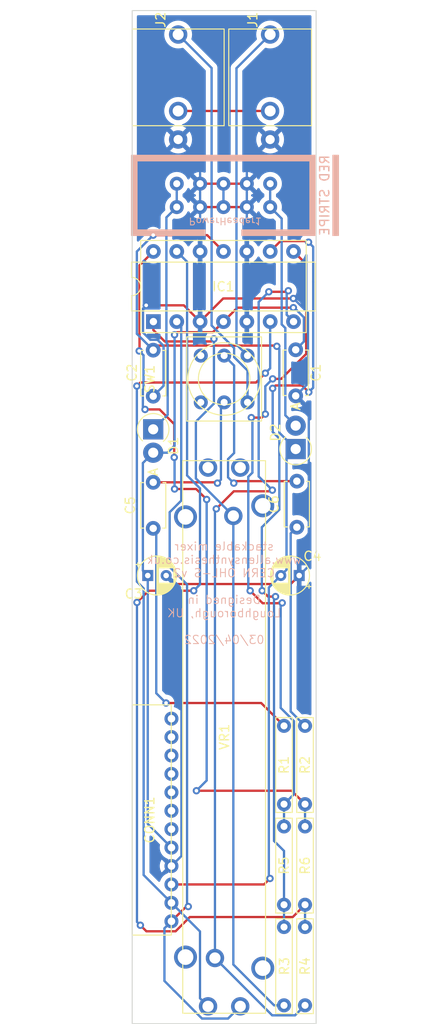
<source format=kicad_pcb>
(kicad_pcb (version 20211014) (generator pcbnew)
  (layers (0 "F.Cu" signal) (31 "B.Cu" signal) (34 "B.Paste" user) (35 "F.Paste" user) (36 "B.SilkS" user "B.Silkscreen") (37 "F.SilkS" user "F.Silkscreen") (38 "B.Mask" user) (39 "F.Mask" user) (44 "Edge.Cuts" user))
  (net 0 "")
  (net 1 "-12V")
  (net 2 "Earth")
  (net 3 "+12V")
  (net 4 "Net-(D1-Pad1)")
  (net 5 "Net-(D2-Pad2)")
  (net 6 "Net-(IC1-Pad1)")
  (net 7 "Net-(IC1-Pad7)")
  (net 8 "Net-(IC1-Pad8)")
  (net 9 "Net-(IC1-Pad9)")
  (net 10 "L OUT")
  (net 11 "R OUT")
  (net 14 "Net-(CONN1-Pad1)")
  (net 15 "Net-(CONN1-Pad2)")
  (net 16 "Net-(J1-Pad2)")
  (net 17 "Net-(IC1-Pad13)")
  (net 18 "Net-(IC1-Pad14)")
  (net 26 "Net-(C5-Pad1)")
  (net 27 "Net-(C5-Pad2)")
  (net 28 "Net-(C6-Pad1)")
  (net 29 "Net-(C6-Pad2)")
  (footprint "Eurorack:Thonkiconn Mono Jack" (layer "F.Cu") (at 15 8 90)
    (fp_text reference "J1" (at 7 -1.9 90 unlocked) (layer "F.SilkS"))
    (fp_text value "Thonkiconn_Mono_Jack")
    (pad "1" thru_hole circle (at -6 0 90) (size 2 2) (drill 1) (layers *.Cu *.Mask) (net 2 "Earth"))
    (pad "2" thru_hole circle (at -2.9 0 90) (size 2 2) (drill 1.2) (layers *.Cu *.Mask) (net 16 "Net-(J1-Pad2)"))
    (pad "3" thru_hole circle (at 5.4 0 90) (size 2 2) (drill 1.2) (layers *.Cu *.Mask) (net 11 "R OUT"))
  )
  (footprint "Eurorack:Thonkiconn Stereo Jack" (layer "F.Cu") (at 5 8 90)
    (fp_text reference "J2" (at 7 -1.9 90 unlocked) (layer "F.SilkS"))
    (fp_text value "AudioJack3")
    (pad "1" thru_hole circle (at -6 0 90) (size 2 2) (drill 1) (layers *.Cu *.Mask))
    (pad "2" thru_hole circle (at -2.9 0 90) (size 2 2) (drill 1.2) (layers *.Cu *.Mask))
    (pad "3" thru_hole circle (at 5.4 0 90) (size 2 2) (drill 1.2) (layers *.Cu *.Mask))
  )
  (footprint "Diode_THT:D_DO-41_SOD81_P2.54mm_Vertical_AnodeUp" (layer "F.Cu") (at 2.286 45.466 -90)
    (fp_text reference "D1" (at 1.8 -2.2 90) (layer "F.SilkS"))
    (fp_text value "DIODE")
    (fp_text user "A" (at 4.64 0 -90) (layer "F.SilkS"))
    (pad "1" thru_hole rect (at 0 0 270) (size 2.2 2.2) (drill 1.1) (layers *.Cu *.Mask) (net 4 "Net-(D1-Pad1)"))
    (pad "2" thru_hole oval (at 2.54 0 270) (size 2.2 2.2) (drill 1.1) (layers *.Cu *.Mask) (net 3 "+12V"))
  )
  (footprint "Eurorack:Resistor 0.25W Through-Hole" (layer "F.Cu") (at 16.51 92.837 90)
    (fp_text reference "R5" (at 0 0 90 unlocked) (layer "F.SilkS"))
    (fp_text value "4.7k")
    (pad "1" thru_hole circle (at -4.25 0 90) (size 1.524 1.524) (drill 0.762) (layers *.Cu *.Mask) (net 9 "Net-(IC1-Pad9)"))
    (pad "2" thru_hole circle (at 4.25 0 90) (size 1.524 1.524) (drill 0.762) (layers *.Cu *.Mask) (net 8 "Net-(IC1-Pad8)"))
  )
  (footprint "Eurorack:Resistor 0.25W Through-Hole" (layer "F.Cu") (at 18.796 103.759 90)
    (fp_text reference "R4" (at 0 0 90 unlocked) (layer "F.SilkS"))
    (fp_text value "4.7k")
    (pad "1" thru_hole circle (at -4.25 0 90) (size 1.524 1.524) (drill 0.762) (layers *.Cu *.Mask) (net 7 "Net-(IC1-Pad7)"))
    (pad "2" thru_hole circle (at 4.25 0 90) (size 1.524 1.524) (drill 0.762) (layers *.Cu *.Mask) (net 17 "Net-(IC1-Pad13)"))
  )
  (footprint "Capacitor_THT:CP_Radial_D4.0mm_P2.00mm" (layer "F.Cu") (at 1.694401 61.341)
    (fp_text reference "C3" (at -1.527401 2) (layer "F.SilkS"))
    (fp_text value "10u")
    (pad "1" thru_hole rect (at 0 0) (size 1.2 1.2) (drill 0.6) (layers *.Cu *.Mask) (net 3 "+12V"))
    (pad "2" thru_hole circle (at 2 0) (size 1.2 1.2) (drill 0.6) (layers *.Cu *.Mask) (net 2 "Earth"))
  )
  (footprint "Capacitor_THT:CP_Radial_D4.0mm_P2.00mm" (layer "F.Cu") (at 18.161 61.341 180)
    (fp_text reference "C4" (at -1.427401 2.1) (layer "F.SilkS"))
    (fp_text value "10u")
    (pad "1" thru_hole rect (at 0 0 180) (size 1.2 1.2) (drill 0.6) (layers *.Cu *.Mask) (net 2 "Earth"))
    (pad "2" thru_hole circle (at 2 0 180) (size 1.2 1.2) (drill 0.6) (layers *.Cu *.Mask) (net 1 "-12V"))
  )
  (footprint "Eurorack:Resistor 0.25W Through-Hole" (layer "F.Cu") (at 16.51 103.759 90)
    (fp_text reference "R3" (at 0 0.05 90 unlocked) (layer "F.SilkS"))
    (fp_text value "4.7k")
    (pad "1" thru_hole circle (at -4.25 0 90) (size 1.524 1.524) (drill 0.762) (layers *.Cu *.Mask) (net 6 "Net-(IC1-Pad1)"))
    (pad "2" thru_hole circle (at 4.25 0 90) (size 1.524 1.524) (drill 0.762) (layers *.Cu *.Mask) (net 9 "Net-(IC1-Pad9)"))
  )
  (footprint "Eurorack:Resistor 0.25W Through-Hole" (layer "F.Cu") (at 18.796 92.837 90)
    (fp_text reference "R6" (at 0 0 90 unlocked) (layer "F.SilkS"))
    (fp_text value "4.7k")
    (pad "1" thru_hole circle (at -4.25 0 90) (size 1.524 1.524) (drill 0.762) (layers *.Cu *.Mask) (net 17 "Net-(IC1-Pad13)"))
    (pad "2" thru_hole circle (at 4.25 0 90) (size 1.524 1.524) (drill 0.762) (layers *.Cu *.Mask) (net 18 "Net-(IC1-Pad14)"))
  )
  (footprint "Diode_THT:D_DO-41_SOD81_P2.54mm_Vertical_AnodeUp" (layer "F.Cu") (at 17.78 47.609532 90)
    (fp_text reference "D2" (at 1.8 -2.2 90) (layer "F.SilkS"))
    (fp_text value "DIODE")
    (fp_text user "A" (at 4.64 0 90) (layer "F.SilkS"))
    (pad "1" thru_hole rect (at 0 0 90) (size 2.2 2.2) (drill 1.1) (layers *.Cu *.Mask) (net 1 "-12V"))
    (pad "2" thru_hole oval (at 2.54 0 90) (size 2.2 2.2) (drill 1.1) (layers *.Cu *.Mask) (net 5 "Net-(D2-Pad2)"))
  )
  (footprint "Eurorack:Sub-Miniature Toggle Switch DPDT" (layer "F.Cu") (at 10 40 90)
    (fp_text reference "SW1" (at 0 -8.08 90 unlocked) (layer "F.SilkS"))
    (fp_text value "SW_DPDT_x2")
    (pad "1" thru_hole circle (at -2.54 2.54 90) (size 1.524 1.524) (drill 0.762) (layers *.Cu *.Mask) (net 10 "L OUT"))
    (pad "2" thru_hole circle (at -2.54 0 90) (size 1.524 1.524) (drill 0.762) (layers *.Cu *.Mask) (net 27 "Net-(C5-Pad2)"))
    (pad "3" thru_hole circle (at -2.54 -2.54 90) (size 1.524 1.524) (drill 0.762) (layers *.Cu *.Mask))
    (pad "4" thru_hole circle (at 2.54 2.54 90) (size 1.524 1.524) (drill 0.762) (layers *.Cu *.Mask) (net 11 "R OUT"))
    (pad "5" thru_hole circle (at 2.54 0 90) (size 1.524 1.524) (drill 0.762) (layers *.Cu *.Mask) (net 29 "Net-(C6-Pad2)"))
    (pad "6" thru_hole circle (at 2.54 -2.54 90) (size 1.524 1.524) (drill 0.762) (layers *.Cu *.Mask))
  )
  (footprint "Eurorack:Resistor 0.25W Through-Hole" (layer "F.Cu") (at 16.51 81.915 90)
    (fp_text reference "R1" (at 0 0 90 unlocked) (layer "F.SilkS"))
    (fp_text value "1k")
    (pad "1" thru_hole circle (at -4.25 0 90) (size 1.524 1.524) (drill 0.762) (layers *.Cu *.Mask) (net 8 "Net-(IC1-Pad8)"))
    (pad "2" thru_hole circle (at 4.25 0 90) (size 1.524 1.524) (drill 0.762) (layers *.Cu *.Mask) (net 26 "Net-(C5-Pad1)"))
  )
  (footprint "Capacitor_THT:C_Disc_D4.7mm_W2.5mm_P5.00mm" (layer "F.Cu") (at 2.286 41.87 90)
    (fp_text reference "C2" (at 2.55 -2.3 90) (layer "F.SilkS"))
    (fp_text value "100n")
    (pad "1" thru_hole circle (at 0 0 90) (size 1.6 1.6) (drill 0.8) (layers *.Cu *.Mask) (net 2 "Earth"))
    (pad "2" thru_hole circle (at 5 0 90) (size 1.6 1.6) (drill 0.8) (layers *.Cu *.Mask) (net 1 "-12V"))
  )
  (footprint "Eurorack:Resistor 0.25W Through-Hole" (layer "F.Cu") (at 18.796 81.915 90)
    (fp_text reference "R2" (at 0 0 90 unlocked) (layer "F.SilkS"))
    (fp_text value "1k")
    (pad "1" thru_hole circle (at -4.25 0 90) (size 1.524 1.524) (drill 0.762) (layers *.Cu *.Mask) (net 18 "Net-(IC1-Pad14)"))
    (pad "2" thru_hole circle (at 4.25 0 90) (size 1.524 1.524) (drill 0.762) (layers *.Cu *.Mask) (net 28 "Net-(C6-Pad1)"))
  )
  (footprint "Eurorack:Header 01x12 2.0mm Right Angle Female" (layer "F.Cu") (at 0 87.884 90)
    (fp_text reference "CONN1" (at 0 1.905 90 unlocked) (layer "F.SilkS"))
    (fp_text value "Header_2.0mm_Right_Angle_Female")
    (pad "1" thru_hole circle (at -11 4.27 90) (size 1.524 1.524) (drill 0.82) (layers *.Cu *.Mask) (net 14 "Net-(CONN1-Pad1)"))
    (pad "2" thru_hole circle (at -9 4.27 90) (size 1.524 1.524) (drill 0.82) (layers *.Cu *.Mask) (net 15 "Net-(CONN1-Pad2)"))
    (pad "3" thru_hole circle (at -7 4.27 90) (size 1.524 1.524) (drill 0.82) (layers *.Cu *.Mask) (net 1 "-12V"))
    (pad "4" thru_hole circle (at -5 4.27 90) (size 1.524 1.524) (drill 0.82) (layers *.Cu *.Mask) (net 2 "Earth"))
    (pad "5" thru_hole circle (at -3 4.27 90) (size 1.524 1.524) (drill 0.82) (layers *.Cu *.Mask) (net 3 "+12V"))
    (pad "6" thru_hole circle (at -1 4.27 90) (size 1.524 1.524) (drill 0.82) (layers *.Cu *.Mask))
    (pad "7" thru_hole circle (at 1 4.27 90) (size 1.524 1.524) (drill 0.82) (layers *.Cu *.Mask))
    (pad "8" thru_hole circle (at 3 4.27 90) (size 1.524 1.524) (drill 0.82) (layers *.Cu *.Mask))
    (pad "9" thru_hole circle (at 5 4.27 90) (size 1.524 1.524) (drill 0.82) (layers *.Cu *.Mask))
    (pad "10" thru_hole circle (at 7 4.27 90) (size 1.524 1.524) (drill 0.82) (layers *.Cu *.Mask))
    (pad "11" thru_hole circle (at 9 4.27 90) (size 1.524 1.524) (drill 0.82) (layers *.Cu *.Mask))
    (pad "12" thru_hole circle (at 11 4.27 90) (size 1.524 1.524) (drill 0.82) (layers *.Cu *.Mask))
  )
  (footprint "Capacitor_THT:C_Disc_D4.7mm_W2.5mm_P5.00mm" (layer "F.Cu") (at 17.78 36.83 -90)
    (fp_text reference "C1" (at 2.5 -2.2 90) (layer "F.SilkS"))
    (fp_text value "100n")
    (pad "1" thru_hole circle (at 0 0 270) (size 1.6 1.6) (drill 0.8) (layers *.Cu *.Mask) (net 3 "+12V"))
    (pad "2" thru_hole circle (at 5 0 270) (size 1.6 1.6) (drill 0.8) (layers *.Cu *.Mask) (net 2 "Earth"))
  )
  (footprint "Eurorack:Potentiometer 45mm Slide Audio" (layer "F.Cu") (at 10 78.87 90)
    (fp_text reference "VR1" (at 0.003 0.033 90 unlocked) (layer "F.SilkS"))
    (fp_text value "Potentiometer_45mm_Slide_Audio_Dual")
    (pad "1" thru_hole circle (at -29.25 -1.75 90) (size 2 2) (drill 1.22) (layers *.Cu *.Mask) (net 15 "Net-(CONN1-Pad2)"))
    (pad "2" thru_hole circle (at -24 -1 90) (size 2 2) (drill 1.22) (layers *.Cu *.Mask) (net 7 "Net-(IC1-Pad7)"))
    (pad "3" thru_hole circle (at 29.25 -1.75 90) (size 2 2) (drill 1.22) (layers *.Cu *.Mask))
    (pad "4" thru_hole circle (at -29.25 1.75 90) (size 2 2) (drill 1.22) (layers *.Cu *.Mask) (net 14 "Net-(CONN1-Pad1)"))
    (pad "5" thru_hole circle (at 24 1 90) (size 2 2) (drill 1.22) (layers *.Cu *.Mask) (net 6 "Net-(IC1-Pad1)"))
    (pad "6" thru_hole circle (at 29.25 1.75 90) (size 2 2) (drill 1.22) (layers *.Cu *.Mask))
    (pad "7" thru_hole circle (at -25.1 4.2 90) (size 2.5 2.5) (drill 1.7) (layers *.Cu *.Mask))
    (pad "7" thru_hole circle (at 25.1 4.2 90) (size 2.5 2.5) (drill 1.7) (layers *.Cu *.Mask))
    (pad "7" thru_hole circle (at 23.9 -4.2 90) (size 2.5 2.5) (drill 1.7) (layers *.Cu *.Mask))
    (pad "7" thru_hole circle (at -23.9 -4.2 90) (size 2.5 2.5) (drill 1.7) (layers *.Cu *.Mask))
  )
  (footprint "Capacitor_THT:C_Disc_D4.7mm_W2.5mm_P5.00mm" (layer "F.Cu") (at 17.907 56.094 90)
    (fp_text reference "C6" (at 2.5 -2.5 90) (layer "F.SilkS"))
    (fp_text value "100n")
    (pad "1" thru_hole circle (at 0 0 90) (size 1.6 1.6) (drill 0.8) (layers *.Cu *.Mask) (net 28 "Net-(C6-Pad1)"))
    (pad "2" thru_hole circle (at 5 0 90) (size 1.6 1.6) (drill 0.8) (layers *.Cu *.Mask) (net 29 "Net-(C6-Pad2)"))
  )
  (footprint "Eurorack:DIP-14 IC Socket" (layer "F.Cu") (at 9.906 29.972 90)
    (fp_text reference "IC1" (at 0 0) (layer "F.SilkS"))
    (fp_text value "TL074")
    (pad "1" thru_hole rect (at -3.8 -7.6 90) (size 1.6 1.6) (drill 0.8) (layers *.Cu *.Mask) (net 6 "Net-(IC1-Pad1)"))
    (pad "2" thru_hole oval (at -3.8 -5.06 90) (size 1.6 1.6) (drill 0.8) (layers *.Cu *.Mask) (net 14 "Net-(CONN1-Pad1)"))
    (pad "3" thru_hole oval (at -3.8 -2.52 90) (size 1.6 1.6) (drill 0.8) (layers *.Cu *.Mask) (net 2 "Earth"))
    (pad "4" thru_hole oval (at -3.8 0.02 90) (size 1.6 1.6) (drill 0.8) (layers *.Cu *.Mask) (net 3 "+12V"))
    (pad "5" thru_hole oval (at -3.8 2.56 90) (size 1.6 1.6) (drill 0.8) (layers *.Cu *.Mask) (net 2 "Earth"))
    (pad "6" thru_hole oval (at -3.8 5.1 90) (size 1.6 1.6) (drill 0.8) (layers *.Cu *.Mask) (net 15 "Net-(CONN1-Pad2)"))
    (pad "7" thru_hole oval (at -3.8 7.64 90) (size 1.6 1.6) (drill 0.8) (layers *.Cu *.Mask) (net 7 "Net-(IC1-Pad7)"))
    (pad "8" thru_hole oval (at 3.82 7.64 90) (size 1.6 1.6) (drill 0.8) (layers *.Cu *.Mask) (net 8 "Net-(IC1-Pad8)"))
    (pad "9" thru_hole oval (at 3.82 5.1 90) (size 1.6 1.6) (drill 0.8) (layers *.Cu *.Mask) (net 9 "Net-(IC1-Pad9)"))
    (pad "10" thru_hole oval (at 3.82 2.56 90) (size 1.6 1.6) (drill 0.8) (layers *.Cu *.Mask) (net 2 "Earth"))
    (pad "11" thru_hole oval (at 3.82 0.02 90) (size 1.6 1.6) (drill 0.8) (layers *.Cu *.Mask) (net 1 "-12V"))
    (pad "12" thru_hole oval (at 3.82 -2.52 90) (size 1.6 1.6) (drill 0.8) (layers *.Cu *.Mask) (net 2 "Earth"))
    (pad "13" thru_hole oval (at 3.82 -5.06 90) (size 1.6 1.6) (drill 0.8) (layers *.Cu *.Mask) (net 17 "Net-(IC1-Pad13)"))
    (pad "14" thru_hole oval (at 3.82 -7.6 90) (size 1.6 1.6) (drill 0.8) (layers *.Cu *.Mask) (net 18 "Net-(IC1-Pad14)"))
  )
  (footprint "Capacitor_THT:C_Disc_D4.7mm_W2.5mm_P5.00mm" (layer "F.Cu") (at 2.286 56.221 90)
    (fp_text reference "C5" (at 2.5 -2.5 90) (layer "F.SilkS"))
    (fp_text value "100n")
    (pad "1" thru_hole circle (at 0 0 90) (size 1.6 1.6) (drill 0.8) (layers *.Cu *.Mask) (net 26 "Net-(C5-Pad1)"))
    (pad "2" thru_hole circle (at 5 0 90) (size 1.6 1.6) (drill 0.8) (layers *.Cu *.Mask) (net 27 "Net-(C5-Pad2)"))
  )
  (footprint "Eurorack:Eurorack Power Header" (layer "B.Cu") (at 9.926 20.066)
    (fp_text reference "PowerHeader1" (at 0.2 2.8 180 unlocked) (layer "B.SilkS") (effects (font (size 0.75 0.75) (thickness 0.1)) (justify mirror)))
    (fp_text value "Conn_02x05_Counter_Clockwise")
    (fp_text user "RED STRIPE" (at 11 0 90 unlocked) (layer "B.SilkS") (effects (justify mirror)))
    (pad "1" thru_hole circle (at 5.08 1.27) (size 1.524 1.524) (drill 0.762) (layers *.Cu *.Mask) (net 5 "Net-(D2-Pad2)"))
    (pad "2" thru_hole circle (at 5.08 -1.27) (size 1.524 1.524) (drill 0.762) (layers *.Cu *.Mask) (net 5 "Net-(D2-Pad2)"))
    (pad "3" thru_hole circle (at 2.54 1.27) (size 1.524 1.524) (drill 0.762) (layers *.Cu *.Mask) (net 2 "Earth"))
    (pad "4" thru_hole circle (at 2.54 -1.27) (size 1.524 1.524) (drill 0.762) (layers *.Cu *.Mask) (net 2 "Earth"))
    (pad "5" thru_hole circle (at 0 1.27) (size 1.524 1.524) (drill 0.762) (layers *.Cu *.Mask) (net 2 "Earth"))
    (pad "6" thru_hole circle (at 0 -1.27) (size 1.524 1.524) (drill 0.762) (layers *.Cu *.Mask) (net 2 "Earth"))
    (pad "7" thru_hole circle (at -2.54 1.27) (size 1.524 1.524) (drill 0.762) (layers *.Cu *.Mask) (net 2 "Earth"))
    (pad "8" thru_hole circle (at -2.54 -1.27) (size 1.524 1.524) (drill 0.762) (layers *.Cu *.Mask) (net 2 "Earth"))
    (pad "9" thru_hole circle (at -5.08 1.27) (size 1.524 1.524) (drill 0.762) (layers *.Cu *.Mask) (net 4 "Net-(D1-Pad1)"))
    (pad "10" thru_hole circle (at -5.08 -1.27) (size 1.524 1.524) (drill 0.762) (layers *.Cu *.Mask) (net 4 "Net-(D1-Pad1)"))
  )
  (gr_rect (start 0 0) (end 20 110) (layer "Edge.Cuts") (width 0.1) (fill none))
  (gr_text "stackable mixer\nwww.allensynthesis.co.uk\nCERN OHL-S v2\n\nDesigned in\nLoughborough, UK\n\n03/04/2022" (at 10 63.246) (layer "B.SilkS") (effects (font (size 0.9 0.9) (thickness 0.1)) (justify mirror)))
  (segment (start 15.654989 36.373489) (end 2.782511 36.373489) (width 0.25) (layer "F.Cu") (net 1))
  (segment (start 14.986 94.234) (end 14.336 94.884) (width 0.25) (layer "F.Cu") (net 1))
  (segment (start 2.286 24.384) (end 8.158 24.384) (width 0.25) (layer "F.Cu") (net 1))
  (segment (start 2.782511 36.373489) (end 2.286 36.87) (width 0.25) (layer "F.Cu") (net 1))
  (segment (start 8.158 24.384) (end 9.926 26.152) (width 0.25) (layer "F.Cu") (net 1))
  (segment (start 15.7305 36.449) (end 15.654989 36.373489) (width 0.25) (layer "F.Cu") (net 1))
  (segment (start 14.336 94.884) (end 4.27 94.884) (width 0.25) (layer "F.Cu") (net 1))
  (via (at 14.986 94.234) (size 0.8) (drill 0.4) (layers "F.Cu" "B.Cu") (net 1))
  (via (at 2.286 24.384) (size 0.8) (drill 0.4) (layers "F.Cu" "B.Cu") (net 1))
  (via (at 15.7305 36.449) (size 0.8) (drill 0.4) (layers "F.Cu" "B.Cu") (net 1))
  (segment (start 16.002 36.7205) (end 16.002 45.831532) (width 0.25) (layer "B.Cu") (net 1))
  (segment (start 16.002 45.831532) (end 17.78 47.609532) (width 0.25) (layer "B.Cu") (net 1))
  (segment (start 16.782489 48.607043) (end 16.782489 60.719511) (width 0.25) (layer "B.Cu") (net 1))
  (segment (start 16.161 61.341) (end 14.859 62.643) (width 0.25) (layer "B.Cu") (net 1))
  (segment (start 15.7305 36.449) (end 16.002 36.7205) (width 0.25) (layer "B.Cu") (net 1))
  (segment (start 14.859 94.107) (end 14.986 94.234) (width 0.25) (layer "B.Cu") (net 1))
  (segment (start 2.286 36.87) (end 0.508 35.092) (width 0.25) (layer "B.Cu") (net 1))
  (segment (start 16.782489 60.719511) (end 16.161 61.341) (width 0.25) (layer "B.Cu") (net 1))
  (segment (start 17.78 47.609532) (end 16.782489 48.607043) (width 0.25) (layer "B.Cu") (net 1))
  (segment (start 0.508 26.162) (end 2.286 24.384) (width 0.25) (layer "B.Cu") (net 1))
  (segment (start 14.859 62.643) (end 14.859 94.107) (width 0.25) (layer "B.Cu") (net 1))
  (segment (start 0.508 35.092) (end 0.508 26.162) (width 0.25) (layer "B.Cu") (net 1))
  (segment (start 17.526 31.258497) (end 9.899503 31.258497) (width 0.25) (layer "F.Cu") (net 2))
  (segment (start 9.926 18.796) (end 12.466 18.796) (width 0.25) (layer "F.Cu") (net 2))
  (segment (start 9.926 21.336) (end 7.386 21.336) (width 0.25) (layer "F.Cu") (net 2))
  (segment (start 1.524 32.004) (end 5.618 32.004) (width 0.25) (layer "F.Cu") (net 2))
  (segment (start 9.899503 31.258497) (end 7.386 33.772) (width 0.25) (layer "F.Cu") (net 2))
  (segment (start 5.618 32.004) (end 7.386 33.772) (width 0.25) (layer "F.Cu") (net 2))
  (segment (start 4.618912 62.265511) (end 17.236489 62.265511) (width 0.25) (layer "F.Cu") (net 2))
  (segment (start 3.694401 61.341) (end 4.618912 62.265511) (width 0.25) (layer "F.Cu") (net 2))
  (segment (start 17.236489 62.265511) (end 18.161 61.341) (width 0.25) (layer "F.Cu") (net 2))
  (segment (start 7.386 18.796) (end 9.926 18.796) (width 0.25) (layer "F.Cu") (net 2))
  (segment (start 12.466 21.336) (end 9.926 21.336) (width 0.25) (layer "F.Cu") (net 2))
  (via (at 17.526 31.258497) (size 0.8) (drill 0.4) (layers "F.Cu" "B.Cu") (net 2))
  (via (at 1.524 32.004) (size 0.8) (drill 0.4) (layers "F.Cu" "B.Cu") (net 2))
  (segment (start 12.466 18.796) (end 12.466 21.336) (width 0.25) (layer "B.Cu") (net 2))
  (segment (start 12.466 33.772) (end 12.466 26.152) (width 0.25) (layer "B.Cu") (net 2))
  (segment (start 4.27 92.884) (end 5.356511 91.797489) (width 0.25) (layer "B.Cu") (net 2))
  (segment (start 7.386 16.386) (end 5 14) (width 0.25) (layer "B.Cu") (net 2))
  (segment (start 19.204511 43.254511) (end 17.78 41.83) (width 0.25) (layer "B.Cu") (net 2))
  (segment (start 19.120031 40.489969) (end 19.120031 32.827417) (width 0.25) (layer "B.Cu") (net 2))
  (segment (start 3.410511 36.404211) (end 2.751789 35.745489) (width 0.25) (layer "B.Cu") (net 2))
  (segment (start 1.181489 34.963489) (end 1.181489 32.346511) (width 0.25) (layer "B.Cu") (net 2))
  (segment (start 7.386 21.336) (end 7.386 26.152) (width 0.25) (layer "B.Cu") (net 2))
  (segment (start 18.161 61.341) (end 19.204511 60.297489) (width 0.25) (layer "B.Cu") (net 2))
  (segment (start 17.78 41.83) (end 19.120031 40.489969) (width 0.25) (layer "B.Cu") (net 2))
  (segment (start 19.204511 60.297489) (end 19.204511 43.254511) (width 0.25) (layer "B.Cu") (net 2))
  (segment (start 12.466 16.534) (end 12.466 18.796) (width 0.25) (layer "B.Cu") (net 2))
  (segment (start 9.926 21.336) (end 9.926 18.796) (width 0.25) (layer "B.Cu") (net 2))
  (segment (start 3.410511 40.745489) (end 3.410511 36.404211) (width 0.25) (layer "B.Cu") (net 2))
  (segment (start 12.466 21.336) (end 12.466 26.152) (width 0.25) (layer "B.Cu") (net 2))
  (segment (start 5.356511 63.00311) (end 3.694401 61.341) (width 0.25) (layer "B.Cu") (net 2))
  (segment (start 2.286 41.87) (end 3.410511 40.745489) (width 0.25) (layer "B.Cu") (net 2))
  (segment (start 1.181489 32.346511) (end 1.524 32.004) (width 0.25) (layer "B.Cu") (net 2))
  (segment (start 2.751789 35.745489) (end 1.963489 35.745489) (width 0.25) (layer "B.Cu") (net 2))
  (segment (start 19.120031 32.827417) (end 17.551111 31.258497) (width 0.25) (layer "B.Cu") (net 2))
  (segment (start 5.356511 91.797489) (end 5.356511 63.00311) (width 0.25) (layer "B.Cu") (net 2))
  (segment (start 7.386 18.796) (end 7.386 21.336) (width 0.25) (layer "B.Cu") (net 2))
  (segment (start 17.551111 31.258497) (end 17.526 31.258497) (width 0.25) (layer "B.Cu") (net 2))
  (segment (start 15 14) (end 12.466 16.534) (width 0.25) (layer "B.Cu") (net 2))
  (segment (start 7.386 18.796) (end 7.386 16.386) (width 0.25) (layer "B.Cu") (net 2))
  (segment (start 1.963489 35.745489) (end 1.181489 34.963489) (width 0.25) (layer "B.Cu") (net 2))
  (segment (start 7.386 26.152) (end 7.386 33.772) (width 0.25) (layer "B.Cu") (net 2))
  (segment (start 17.526 32.258) (end 11.44 32.258) (width 0.25) (layer "F.Cu") (net 3))
  (segment (start 11.44 32.258) (end 9.926 33.772) (width 0.25) (layer "F.Cu") (net 3))
  (segment (start 8.773522 34.924478) (end 9.926 33.772) (width 0.25) (layer "F.Cu") (net 3))
  (segment (start 4.884491 34.924478) (end 8.773522 34.924478) (width 0.25) (layer "F.Cu") (net 3))
  (segment (start 4.6095 35.199469) (end 4.884491 34.924478) (width 0.25) (layer "F.Cu") (net 3))
  (via (at 17.526 32.258) (size 0.8) (drill 0.4) (layers "F.Cu" "B.Cu") (net 3))
  (via (at 4.6095 35.199469) (size 0.8) (drill 0.4) (layers "F.Cu" "B.Cu") (net 3))
  (segment (start 3.841634 48.006) (end 4.6095 47.238134) (width 0.25) (layer "B.Cu") (net 3))
  (segment (start 1.161489 60.808088) (end 1.161489 49.130511) (width 0.25) (layer "B.Cu") (net 3))
  (segment (start 18.670511 33.306211) (end 17.6223 32.258) (width 0.25) (layer "B.Cu") (net 3))
  (segment (start 1.694401 61.341) (end 1.694401 88.308401) (width 0.25) (layer "B.Cu") (net 3))
  (segment (start 1.694401 88.308401) (end 4.27 90.884) (width 0.25) (layer "B.Cu") (net 3))
  (segment (start 1.694401 61.341) (end 1.161489 60.808088) (width 0.25) (layer "B.Cu") (net 3))
  (segment (start 17.6223 32.258) (end 17.526 32.258) (width 0.25) (layer "B.Cu") (net 3))
  (segment (start 2.286 48.006) (end 3.841634 48.006) (width 0.25) (layer "B.Cu") (net 3))
  (segment (start 4.6095 47.238134) (end 4.6095 35.199469) (width 0.25) (layer "B.Cu") (net 3))
  (segment (start 1.161489 49.130511) (end 2.286 48.006) (width 0.25) (layer "B.Cu") (net 3))
  (segment (start 18.670511 35.939489) (end 18.670511 33.306211) (width 0.25) (layer "B.Cu") (net 3))
  (segment (start 17.78 36.83) (end 18.670511 35.939489) (width 0.25) (layer "B.Cu") (net 3))
  (segment (start 3.860031 36.218014) (end 3.860031 43.891969) (width 0.25) (layer "B.Cu") (net 4))
  (segment (start 3.721489 22.460511) (end 3.721489 36.079471) (width 0.25) (layer "B.Cu") (net 4))
  (segment (start 4.846 21.336) (end 3.721489 22.460511) (width 0.25) (layer "B.Cu") (net 4))
  (segment (start 4.846 18.796) (end 4.846 21.336) (width 0.25) (layer "B.Cu") (net 4))
  (segment (start 3.860031 43.891969) (end 2.286 45.466) (width 0.25) (layer "B.Cu") (net 4))
  (segment (start 3.721489 36.079471) (end 3.860031 36.218014) (width 0.25) (layer "B.Cu") (net 4))
  (segment (start 16.655489 43.945021) (end 16.655489 34.471789) (width 0.25) (layer "B.Cu") (net 5))
  (segment (start 16.256 22.586) (end 15.006 21.336) (width 0.25) (layer "B.Cu") (net 5))
  (segment (start 17.78 45.069532) (end 16.655489 43.945021) (width 0.25) (layer "B.Cu") (net 5))
  (segment (start 15.006 18.796) (end 15.006 21.336) (width 0.25) (layer "B.Cu") (net 5))
  (segment (start 16.655489 34.471789) (end 16.256 34.0723) (width 0.25) (layer "B.Cu") (net 5))
  (segment (start 16.256 34.0723) (end 16.256 22.586) (width 0.25) (layer "B.Cu") (net 5))
  (segment (start 2.306 34.691) (end 2.306 33.772) (width 0.25) (layer "F.Cu") (net 6))
  (segment (start 3.538969 35.923969) (end 2.306 34.691) (width 0.25) (layer "F.Cu") (net 6))
  (segment (start 8.89 35.648989) (end 8.61502 35.923969) (width 0.25) (layer "F.Cu") (net 6))
  (segment (start 8.61502 35.923969) (end 3.538969 35.923969) (width 0.25) (layer "F.Cu") (net 6))
  (via (at 8.89 35.648989) (size 0.8) (drill 0.4) (layers "F.Cu" "B.Cu") (net 6))
  (segment (start 6.925489 50.795489) (end 11 54.87) (width 0.25) (layer "B.Cu") (net 6))
  (segment (start 6.925489 44.636511) (end 6.925489 50.795489) (width 0.25) (layer "B.Cu") (net 6))
  (segment (start 15.43237 108.009) (end 16.51 108.009) (width 0.25) (layer "B.Cu") (net 6))
  (segment (start 8.89 35.648989) (end 8.89 42.672) (width 0.25) (layer "B.Cu") (net 6))
  (segment (start 8.89 42.672) (end 6.925489 44.636511) (width 0.25) (layer "B.Cu") (net 6))
  (segment (start 11 54.87) (end 11 103.57663) (width 0.25) (layer "B.Cu") (net 6))
  (segment (start 11 103.57663) (end 15.43237 108.009) (width 0.25) (layer "B.Cu") (net 6))
  (segment (start 11.050511 52.195489) (end 15.114511 52.195489) (width 0.25) (layer "F.Cu") (net 7))
  (segment (start 14.859 30.533997) (end 16.867485 30.533997) (width 0.25) (layer "F.Cu") (net 7))
  (segment (start 16.867485 30.533997) (end 16.9805 30.420982) (width 0.25) (layer "F.Cu") (net 7))
  (segment (start 15.114511 52.195489) (end 15.24 52.07) (width 0.25) (layer "F.Cu") (net 7))
  (segment (start 9.144 54.102) (end 11.050511 52.195489) (width 0.25) (layer "F.Cu") (net 7))
  (via (at 9.144 54.102) (size 0.8) (drill 0.4) (layers "F.Cu" "B.Cu") (net 7))
  (via (at 14.859 30.533997) (size 0.8) (drill 0.4) (layers "F.Cu" "B.Cu") (net 7))
  (via (at 15.24 52.07) (size 0.8) (drill 0.4) (layers "F.Cu" "B.Cu") (net 7))
  (via (at 16.9805 30.420982) (size 0.8) (drill 0.4) (layers "F.Cu" "B.Cu") (net 7))
  (segment (start 16.801489 30.599993) (end 16.801489 33.027489) (width 0.25) (layer "B.Cu") (net 7))
  (segment (start 17.709489 109.095511) (end 15.225511 109.095511) (width 0.25) (layer "B.Cu") (net 7))
  (segment (start 9 102.87) (end 9 54.246) (width 0.25) (layer "B.Cu") (net 7))
  (segment (start 13.753489 31.639508) (end 14.859 30.533997) (width 0.25) (layer "B.Cu") (net 7))
  (segment (start 16.801489 33.027489) (end 17.546 33.772) (width 0.25) (layer "B.Cu") (net 7))
  (segment (start 9 54.246) (end 9.144 54.102) (width 0.25) (layer "B.Cu") (net 7))
  (segment (start 13.753489 50.583489) (end 13.753489 31.639508) (width 0.25) (layer "B.Cu") (net 7))
  (segment (start 18.796 108.009) (end 17.709489 109.095511) (width 0.25) (layer "B.Cu") (net 7))
  (segment (start 15.24 52.07) (end 13.753489 50.583489) (width 0.25) (layer "B.Cu") (net 7))
  (segment (start 16.9805 30.420982) (end 16.801489 30.599993) (width 0.25) (layer "B.Cu") (net 7))
  (segment (start 15.225511 109.095511) (end 9 102.87) (width 0.25) (layer "B.Cu") (net 7))
  (segment (start 15.921912 64.313202) (end 15.883603 64.351511) (width 0.25) (layer "F.Cu") (net 8))
  (segment (start 14.097 44.196) (end 14.478 43.815) (width 0.25) (layer "F.Cu") (net 8))
  (segment (start 15.2775 39.988119) (end 16.212181 39.988119) (width 0.25) (layer "F.Cu") (net 8))
  (segment (start 18.923 37.2773) (end 18.923 27.529) (width 0.25) (layer "F.Cu") (net 8))
  (segment (start 18.923 27.529) (end 17.546 26.152) (width 0.25) (layer "F.Cu") (net 8))
  (segment (start 16.310226 64.313202) (end 15.921912 64.313202) (width 0.25) (layer "F.Cu") (net 8))
  (segment (start 15.883603 64.351511) (end 14.1885 64.351511) (width 0.25) (layer "F.Cu") (net 8))
  (segment (start 12.954 44.196) (end 14.097 44.196) (width 0.25) (layer "F.Cu") (net 8))
  (segment (start 16.212181 39.988119) (end 18.923 37.2773) (width 0.25) (layer "F.Cu") (net 8))
  (segment (start 14.1885 64.351511) (end 12.827 62.990011) (width 0.25) (layer "F.Cu") (net 8))
  (via (at 15.2775 39.988119) (size 0.8) (drill 0.4) (layers "F.Cu" "B.Cu") (net 8))
  (via (at 16.310226 64.313202) (size 0.8) (drill 0.4) (layers "F.Cu" "B.Cu") (net 8))
  (via (at 12.827 62.990011) (size 0.8) (drill 0.4) (layers "F.Cu" "B.Cu") (net 8))
  (via (at 12.954 44.196) (size 0.8) (drill 0.4) (layers "F.Cu" "B.Cu") (net 8))
  (via (at 14.478 43.815) (size 0.8) (drill 0.4) (layers "F.Cu" "B.Cu") (net 8))
  (segment (start 13.074511 50.168632) (end 13.074511 44.316511) (width 0.25) (layer "B.Cu") (net 8))
  (segment (start 16.147989 75.710989) (end 17.596511 77.159511) (width 0.25) (layer "B.Cu") (net 8))
  (segment (start 14.478 40.787619) (end 15.2775 39.988119) (width 0.25) (layer "B.Cu") (net 8))
  (segment (start 14.478 43.815) (end 14.478 40.787619) (width 0.25) (layer "B.Cu") (net 8))
  (segment (start 17.596511 77.159511) (end 17.596511 85.078489) (width 0.25) (layer "B.Cu") (net 8))
  (segment (start 16.310226 64.313202) (end 16.147989 64.475439) (width 0.25) (layer "B.Cu") (net 8))
  (segment (start 13.074511 44.316511) (end 12.954 44.196) (width 0.25) (layer "B.Cu") (net 8))
  (segment (start 12.827 62.990011) (end 12.625489 62.7885) (width 0.25) (layer "B.Cu") (net 8))
  (segment (start 16.51 88.587) (end 16.51 86.165) (width 0.25) (layer "B.Cu") (net 8))
  (segment (start 12.625489 50.617654) (end 13.074511 50.168632) (width 0.25) (layer "B.Cu") (net 8))
  (segment (start 12.625489 62.7885) (end 12.625489 50.617654) (width 0.25) (layer "B.Cu") (net 8))
  (segment (start 17.596511 85.078489) (end 16.51 86.165) (width 0.25) (layer "B.Cu") (net 8))
  (segment (start 16.147989 64.475439) (end 16.147989 75.710989) (width 0.25) (layer "B.Cu") (net 8))
  (segment (start 15.2775 41.021) (end 15.593011 40.705489) (width 0.25) (layer "F.Cu") (net 9))
  (segment (start 14.771072 63.627) (end 15.5835 63.627) (width 0.25) (layer "F.Cu") (net 9))
  (segment (start 19.177 25.146) (end 19.058489 25.027489) (width 0.25) (layer "F.Cu") (net 9))
  (segment (start 18.480489 40.705489) (end 19.204799 41.429799) (width 0.25) (layer "F.Cu") (net 9))
  (segment (start 14.1345 62.990428) (end 14.771072 63.627) (width 0.25) (layer "F.Cu") (net 9))
  (segment (start 16.130511 25.027489) (end 15.006 26.152) (width 0.25) (layer "F.Cu") (net 9))
  (segment (start 15.593011 40.705489) (end 18.480489 40.705489) (width 0.25) (layer "F.Cu") (net 9))
  (segment (start 19.058489 25.027489) (end 16.130511 25.027489) (width 0.25) (layer "F.Cu") (net 9))
  (via (at 15.5835 63.627) (size 0.8) (drill 0.4) (layers "F.Cu" "B.Cu") (net 9))
  (via (at 19.177 25.146) (size 0.8) (drill 0.4) (layers "F.Cu" "B.Cu") (net 9))
  (via (at 19.204799 41.429799) (size 0.8) (drill 0.4) (layers "F.Cu" "B.Cu") (net 9))
  (via (at 15.2775 41.021) (size 0.8) (drill 0.4) (layers "F.Cu" "B.Cu") (net 9))
  (via (at 14.1345 62.990428) (size 0.8) (drill 0.4) (layers "F.Cu" "B.Cu") (net 9))
  (segment (start 14.097 62.952928) (end 14.097 56.099696) (width 0.25) (layer "B.Cu") (net 9))
  (segment (start 15.423489 63.787011) (end 15.5835 63.627) (width 0.25) (layer "B.Cu") (net 9))
  (segment (start 19.685 29.464) (end 19.685 25.654) (width 0.25) (layer "B.Cu") (net 9))
  (segment (start 16.002 46.46725) (end 15.2775 45.74275) (width 0.25) (layer "B.Cu") (net 9))
  (segment (start 16.002 54.194696) (end 16.002 46.46725) (width 0.25) (layer "B.Cu") (net 9))
  (segment (start 16.51 99.509) (end 16.51 97.087) (width 0.25) (layer "B.Cu") (net 9))
  (segment (start 15.2775 45.74275) (end 15.2775 41.021) (width 0.25) (layer "B.Cu") (net 9))
  (segment (start 14.097 56.099696) (end 16.002 54.194696) (width 0.25) (layer "B.Cu") (net 9))
  (segment (start 15.43552 90.17) (end 15.423489 90.157969) (width 0.25) (layer "B.Cu") (net 9))
  (segment (start 15.423489 90.157969) (end 15.423489 63.787011) (width 0.25) (layer "B.Cu") (net 9))
  (segment (start 19.685 40.949598) (end 19.685 29.464) (width 0.25) (layer "B.Cu") (net 9))
  (segment (start 19.685 25.654) (end 19.177 25.146) (width 0.25) (layer "B.Cu") (net 9))
  (segment (start 14.1345 62.990428) (end 14.097 62.952928) (width 0.25) (layer "B.Cu") (net 9))
  (segment (start 16.51 97.087) (end 16.51 91.24448) (width 0.25) (layer "B.Cu") (net 9))
  (segment (start 16.51 91.24448) (end 15.43552 90.17) (width 0.25) (layer "B.Cu") (net 9))
  (segment (start 19.204799 41.429799) (end 19.685 40.949598) (width 0.25) (layer "B.Cu") (net 9))
  (segment (start 11.086511 37.629511) (end 11.086511 36.642229) (width 0.25) (layer "B.Cu") (net 10))
  (segment (start 11.086511 36.642229) (end 8.636 34.191718) (width 0.25) (layer "B.Cu") (net 10))
  (segment (start 12.54 39.083) (end 11.086511 37.629511) (width 0.25) (layer "B.Cu") (net 10))
  (segment (start 8.636 6.236) (end 5 2.6) (width 0.25) (layer "B.Cu") (net 10))
  (segment (start 12.54 42.54) (end 12.54 39.083) (width 0.25) (layer "B.Cu") (net 10))
  (segment (start 8.636 34.191718) (end 8.636 6.236) (width 0.25) (layer "B.Cu") (net 10))
  (segment (start 12.54 37.46) (end 11.341489 36.261489) (width 0.25) (layer "B.Cu") (net 11))
  (segment (start 11.341489 6.258511) (end 15 2.6) (width 0.25) (layer "B.Cu") (net 11))
  (segment (start 11.341489 36.261489) (end 11.341489 6.258511) (width 0.25) (layer "B.Cu") (net 11))
  (segment (start 6.096 97.282) (end 5.872 97.282) (width 0.25) (layer "F.Cu") (net 14))
  (segment (start 5.872 97.282) (end 4.27 98.884) (width 0.25) (layer "F.Cu") (net 14))
  (via (at 6.096 97.282) (size 0.8) (drill 0.4) (layers "F.Cu" "B.Cu") (net 14))
  (segment (start 4.846 33.772) (end 5.334 34.26) (width 0.25) (layer "B.Cu") (net 14))
  (segment (start 5.969 97.155) (end 6.096 97.282) (width 0.25) (layer "B.Cu") (net 14))
  (segment (start 4.077347 54.465957) (end 4.077347 60.416489) (width 0.25) (layer "B.Cu") (net 14))
  (segment (start 10.425489 109.444511) (end 11.75 108.12) (width 0.25) (layer "B.Cu") (net 14))
  (segment (start 5.969 62.308142) (end 5.969 97.155) (width 0.25) (layer "B.Cu") (net 14))
  (segment (start 7.590511 109.444511) (end 10.425489 109.444511) (width 0.25) (layer "B.Cu") (net 14))
  (segment (start 4.27 98.884) (end 3.508001 99.645999) (width 0.25) (layer "B.Cu") (net 14))
  (segment (start 5.334 53.209304) (end 4.077347 54.465957) (width 0.25) (layer "B.Cu") (net 14))
  (segment (start 3.508001 99.645999) (end 3.508001 105.362001) (width 0.25) (layer "B.Cu") (net 14))
  (segment (start 4.077347 60.416489) (end 5.969 62.308142) (width 0.25) (layer "B.Cu") (net 14))
  (segment (start 5.334 34.26) (end 5.334 53.209304) (width 0.25) (layer "B.Cu") (net 14))
  (segment (start 3.508001 105.362001) (end 7.590511 109.444511) (width 0.25) (layer "B.Cu") (net 14))
  (segment (start 14.477989 39.37) (end 13.461989 40.386) (width 0.25) (layer "F.Cu") (net 15))
  (segment (start 13.461989 40.386) (end 0.889 40.386) (width 0.25) (layer "F.Cu") (net 15))
  (segment (start 0.889 40.386) (end 0.508 40.767) (width 0.25) (layer "F.Cu") (net 15))
  (via (at 0.508 40.767) (size 0.8) (drill 0.4) (layers "F.Cu" "B.Cu") (net 15))
  (via (at 14.477989 39.37) (size 0.8) (drill 0.4) (layers "F.Cu" "B.Cu") (net 15))
  (segment (start 0.508 62.003621) (end 0.508 40.767) (width 0.25) (layer "B.Cu") (net 15))
  (segment (start 4.27 96.884) (end 1.244881 93.858881) (width 0.25) (layer "B.Cu") (net 15))
  (segment (start 7.374511 107.244511) (end 7.374511 99.988511) (width 0.25) (layer "B.Cu") (net 15))
  (segment (start 1.244881 93.858881) (end 1.244881 62.740502) (width 0.25) (layer "B.Cu") (net 15))
  (segment (start 14.477989 39.37) (end 15.006 38.841989) (width 0.25) (layer "B.Cu") (net 15))
  (segment (start 7.374511 99.988511) (end 4.27 96.884) (width 0.25) (layer "B.Cu") (net 15))
  (segment (start 8.25 108.12) (end 7.374511 107.244511) (width 0.25) (layer "B.Cu") (net 15))
  (segment (start 1.244881 62.740502) (end 0.508 62.003621) (width 0.25) (layer "B.Cu") (net 15))
  (segment (start 15.006 38.841989) (end 15.006 33.772) (width 0.25) (layer "B.Cu") (net 15))
  (segment (start 15 10.9) (end 5 10.9) (width 0.25) (layer "F.Cu") (net 16))
  (segment (start 17.460511 98.422489) (end 6.268071 98.422489) (width 0.25) (layer "F.Cu") (net 17))
  (segment (start 0.520381 64.262) (end 1.790381 62.992) (width 0.25) (layer "F.Cu") (net 17))
  (segment (start 18.796 97.087) (end 17.460511 98.422489) (width 0.25) (layer "F.Cu") (net 17))
  (segment (start 4.720049 99.970511) (end 1.545511 99.970511) (width 0.25) (layer "F.Cu") (net 17))
  (segment (start 1.545511 99.970511) (end 0.889 99.314) (width 0.25) (layer "F.Cu") (net 17))
  (segment (start 1.790381 62.992) (end 6.6935 62.992) (width 0.25) (layer "F.Cu") (net 17))
  (segment (start 6.268071 98.422489) (end 4.720049 99.970511) (width 0.25) (layer "F.Cu") (net 17))
  (via (at 0.520381 64.262) (size 0.8) (drill 0.4) (layers "F.Cu" "B.Cu") (net 17))
  (via (at 6.6935 62.992) (size 0.8) (drill 0.4) (layers "F.Cu" "B.Cu") (net 17))
  (via (at 0.889 99.314) (size 0.8) (drill 0.4) (layers "F.Cu" "B.Cu") (net 17))
  (segment (start 18.796 99.509) (end 18.796 97.087) (width 0.25) (layer "B.Cu") (net 17))
  (segment (start 6.6935 62.992) (end 7.374511 62.310989) (width 0.25) (layer "B.Cu") (net 17))
  (segment (start 7.374511 51.880229) (end 5.970511 50.476229) (width 0.25) (layer "B.Cu") (net 17))
  (segment (start 0.520381 98.945381) (end 0.520381 64.262) (width 0.25) (layer "B.Cu") (net 17))
  (segment (start 5.970511 27.276511) (end 4.846 26.152) (width 0.25) (layer "B.Cu") (net 17))
  (segment (start 0.889 99.314) (end 0.520381 98.945381) (width 0.25) (layer "B.Cu") (net 17))
  (segment (start 5.970511 50.476229) (end 5.970511 27.276511) (width 0.25) (layer "B.Cu") (net 17))
  (segment (start 7.374511 62.310989) (end 7.374511 51.880229) (width 0.25) (layer "B.Cu") (net 17))
  (segment (start 17.34 84.709) (end 6.985 84.709) (width 0.25) (layer "F.Cu") (net 18))
  (segment (start 18.796 86.165) (end 17.34 84.709) (width 0.25) (layer "F.Cu") (net 18))
  (segment (start 0.799489 36.919511) (end 0.799489 27.658511) (width 0.25) (layer "F.Cu") (net 18))
  (segment (start 0.762 36.957) (end 0.799489 36.919511) (width 0.25) (layer "F.Cu") (net 18))
  (segment (start 4.572 44.902978) (end 2.976022 43.307) (width 0.25) (layer "F.Cu") (net 18))
  (segment (start 2.976022 43.307) (end 1.397 43.307) (width 0.25) (layer "F.Cu") (net 18))
  (segment (start 8.099011 53.086) (end 6.958511 51.9455) (width 0.25) (layer "F.Cu") (net 18))
  (segment (start 6.958511 51.9455) (end 4.6095 51.9455) (width 0.25) (layer "F.Cu") (net 18))
  (segment (start 0.799489 27.658511) (end 2.306 26.152) (width 0.25) (layer "F.Cu") (net 18))
  (segment (start 4.572 48.514) (end 4.572 44.902978) (width 0.25) (layer "F.Cu") (net 18))
  (via (at 4.572 48.514) (size 0.8) (drill 0.4) (layers "F.Cu" "B.Cu") (net 18))
  (via (at 1.397 43.307) (size 0.8) (drill 0.4) (layers "F.Cu" "B.Cu") (net 18))
  (via (at 6.985 84.709) (size 0.8) (drill 0.4) (layers "F.Cu" "B.Cu") (net 18))
  (via (at 8.099011 53.086) (size 0.8) (drill 0.4) (layers "F.Cu" "B.Cu") (net 18))
  (via (at 0.762 36.957) (size 0.8) (drill 0.4) (layers "F.Cu" "B.Cu") (net 18))
  (via (at 4.6095 51.9455) (size 0.8) (drill 0.4) (layers "F.Cu" "B.Cu") (net 18))
  (segment (start 4.6095 51.9455) (end 4.6095 48.5515) (width 0.25) (layer "B.Cu") (net 18))
  (segment (start 4.6095 48.5515) (end 4.572 48.514) (width 0.25) (layer "B.Cu") (net 18))
  (segment (start 1.161489 41.138125) (end 1.232511 41.067103) (width 0.25) (layer "B.Cu") (net 18))
  (segment (start 18.796 88.587) (end 18.796 86.165) (width 0.25) (layer "B.Cu") (net 18))
  (segment (start 8.099011 83.594989) (end 8.099011 53.086) (width 0.25) (layer "B.Cu") (net 18))
  (segment (start 1.232511 41.067103) (end 1.232511 37.427511) (width 0.25) (layer "B.Cu") (net 18))
  (segment (start 1.397 43.307) (end 1.161489 43.071489) (width 0.25) (layer "B.Cu") (net 18))
  (segment (start 1.232511 37.427511) (end 0.762 36.957) (width 0.25) (layer "B.Cu") (net 18))
  (segment (start 6.985 84.709) (end 8.099011 83.594989) (width 0.25) (layer "B.Cu") (net 18))
  (segment (start 1.161489 43.071489) (end 1.161489 41.138125) (width 0.25) (layer "B.Cu") (net 18))
  (segment (start 3.683 75.184) (end 14.029 75.184) (width 0.25) (layer "F.Cu") (net 26))
  (segment (start 14.029 75.184) (end 16.51 77.665) (width 0.25) (layer "F.Cu") (net 26))
  (via (at 3.683 75.184) (size 0.8) (drill 0.4) (layers "F.Cu" "B.Cu") (net 26))
  (segment (start 2.618912 74.119912) (end 3.683 75.184) (width 0.25) (layer "B.Cu") (net 26))
  (segment (start 2.618912 56.553912) (end 2.618912 74.119912) (width 0.25) (layer "B.Cu") (net 26))
  (segment (start 2.286 56.221) (end 2.618912 56.553912) (width 0.25) (layer "B.Cu") (net 26))
  (segment (start 9.271 51.308) (end 9.184 51.221) (width 0.25) (layer "F.Cu") (net 27))
  (segment (start 9.184 51.221) (end 2.286 51.221) (width 0.25) (layer "F.Cu") (net 27))
  (via (at 9.271 51.308) (size 0.8) (drill 0.4) (layers "F.Cu" "B.Cu") (net 27))
  (segment (start 10 42.54) (end 9.652 42.888) (width 0.25) (layer "B.Cu") (net 27))
  (segment (start 9.652 42.888) (end 9.652 50.927) (width 0.25) (layer "B.Cu") (net 27))
  (segment (start 9.652 50.927) (end 9.271 51.308) (width 0.25) (layer "B.Cu") (net 27))
  (segment (start 17.236489 76.105489) (end 17.236489 56.764511) (width 0.25) (layer "B.Cu") (net 28))
  (segment (start 18.796 77.665) (end 17.236489 76.105489) (width 0.25) (layer "B.Cu") (net 28))
  (segment (start 17.236489 56.764511) (end 17.907 56.094) (width 0.25) (layer "B.Cu") (net 28))
  (segment (start 11.049 51.308) (end 11.263 51.094) (width 0.25) (layer "F.Cu") (net 29))
  (segment (start 11.263 51.094) (end 17.907 51.094) (width 0.25) (layer "F.Cu") (net 29))
  (via (at 11.049 51.308) (size 0.8) (drill 0.4) (layers "F.Cu" "B.Cu") (net 29))
  (segment (start 10.425489 48.698031) (end 10.425489 50.684489) (width 0.25) (layer "B.Cu") (net 29))
  (segment (start 10 37.46) (end 11.086511 38.546511) (width 0.25) (layer "B.Cu") (net 29))
  (segment (start 11.086511 38.546511) (end 11.086511 48.037009) (width 0.25) (layer "B.Cu") (net 29))
  (segment (start 11.086511 48.037009) (end 10.425489 48.698031) (width 0.25) (layer "B.Cu") (net 29))
  (segment (start 10.425489 50.684489) (end 11.049 51.308) (width 0.25) (layer "B.Cu") (net 29))
  (zone (net 2) (net_name "Earth") (layer "B.Cu") (connect_pads (clearance 0.508)) (min_thickness 0.254) (fill yes (thermal_gap 0.508) (thermal_bridge_width 0.508))
    (polygon (pts (xy 20 110) (xy 0 110) (xy 0 0) (xy 20 0)))
  )
)
</source>
